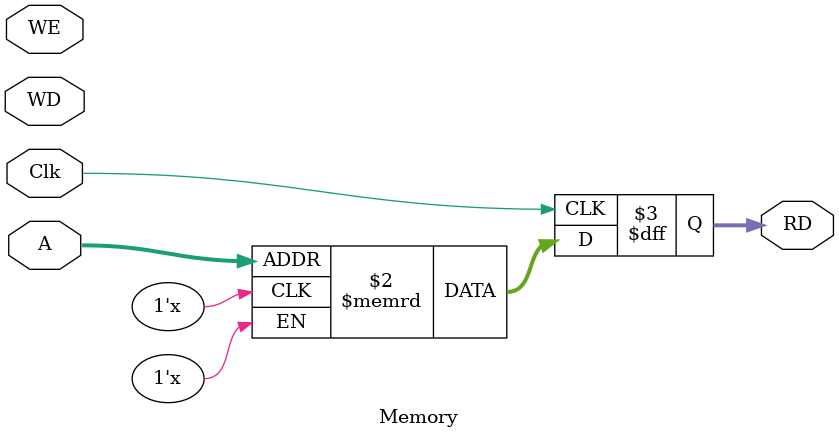
<source format=v>
`timescale 1ns / 1ps


module Memory(Clk,
A,
WD,
RD,
WE);
input Clk,WE;
input [31:0]A,WD;
output reg [31:0]RD; 
reg [31:0]RD_reg[31:0];
always @(posedge Clk ) begin
    RD <= RD_reg[A];
end
endmodule
</source>
